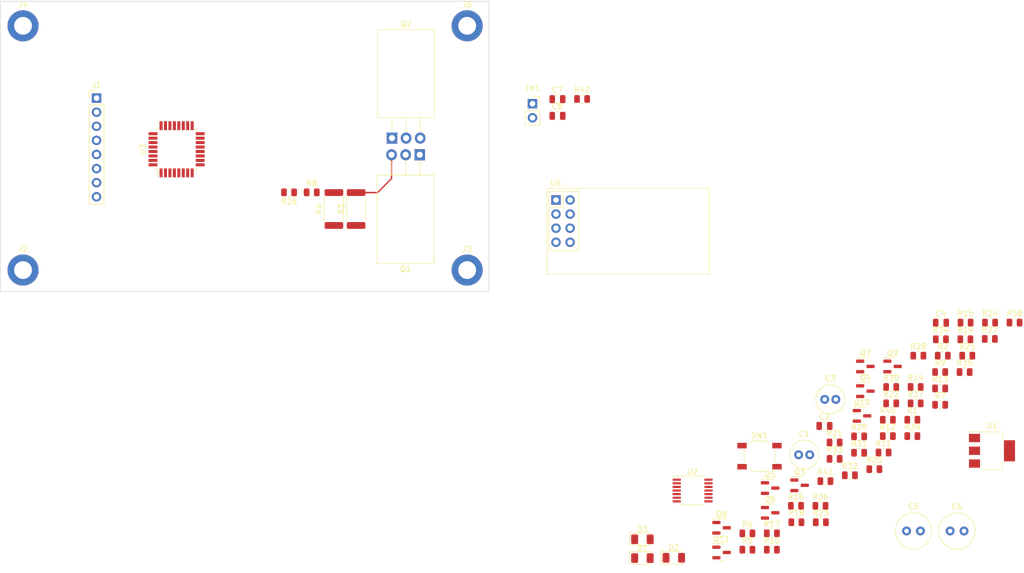
<source format=kicad_pcb>
(kicad_pcb (version 20211014) (generator pcbnew)
  (layers (0 "F.Cu" signal) (31 "B.Cu" signal) (34 "B.Paste" user) (35 "F.Paste" user) (36 "B.SilkS" user "B.Silkscreen") (37 "F.SilkS" user "F.Silkscreen") (38 "B.Mask" user) (39 "F.Mask" user) (44 "Edge.Cuts" user))
  (net 0 "")
  (net 1 "BATTERY_N")
  (net 2 "BATTERY_P")
  (net 3 "SWITCHED_3V3")
  (net 4 "+3V3")
  (net 5 "BAT_SENSE")
  (net 6 "Net-(D1-Pad1)")
  (net 7 "Net-(D2-Pad1)")
  (net 8 "Net-(D3-Pad1)")
  (net 9 "PROG_SCK")
  (net 10 "PROG_MISO")
  (net 11 "PROG_MOSI")
  (net 12 "MCU_RST")
  (net 13 "AVR_TX")
  (net 14 "AVR_RX")
  (net 15 "BMS_N")
  (net 16 "DISCHARGE_MOS_GATE")
  (net 17 "SWITCHED_NODE")
  (net 18 "HIGH_SIDE_SENSE")
  (net 19 "CHARGE_MOS_GATE")
  (net 20 "Net-(Q3-Pad1)")
  (net 21 "Net-(Q3-Pad3)")
  (net 22 "Net-(Q4-Pad1)")
  (net 23 "Net-(Q5-Pad1)")
  (net 24 "SWITCHED_BATTERY_P")
  (net 25 "Net-(Q7-Pad1)")
  (net 26 "Net-(Q7-Pad3)")
  (net 27 "Net-(Q8-Pad1)")
  (net 28 "Net-(Q10-Pad1)")
  (net 29 "Net-(Q11-Pad1)")
  (net 30 "Net-(C5-Pad1)")
  (net 31 "VREF")
  (net 32 "LOW_SIDE_SENSE_BIASED")
  (net 33 "HIGH_SIDE_SENSE_BIASED")
  (net 34 "3V3_SWITCH_CTRL")
  (net 35 "DFET_GATE_CTRL")
  (net 36 "Net-(R12-Pad2)")
  (net 37 "CFET_GATE_CTRL")
  (net 38 "Net-(R22-Pad2)")
  (net 39 "Net-(R23-Pad2)")
  (net 40 "Net-(R24-Pad2)")
  (net 41 "Net-(R25-Pad2)")
  (net 42 "Net-(R26-Pad2)")
  (net 43 "Net-(R27-Pad2)")
  (net 44 "VREF_BUFFERED")
  (net 45 "LOW_RANGE_ANALOG_OUT")
  (net 46 "MEDIUM_RANGE_ANALOG_OUT")
  (net 47 "HIGH_RANGE_ANALOG_OUT")
  (net 48 "BATTERY_P_SWITCH")
  (net 51 "NRF_CE")
  (net 52 "NRF_CSN")
  (net 53 "THERMISTOR_ADC_VOUT")
  (net 55 "NRF_IRQ")
  (net 56 "LED1")
  (net 57 "LED2")
  (net 58 "LED3")
  (net 59 "RADIO_SWITCH")
  (footprint "Resistor_SMD:R_0805_2012Metric" (layer "F.Cu") (at 201.53 123.02)
    (fp_text reference "R41" (at 0 -1.65) (layer "F.SilkS"))
    (fp_text value "1M")
    (pad "1" smd roundrect (at -0.9125 0) (size 1.025 1.4) (layers "F.Cu" "F.Paste" "F.Mask") (roundrect_rratio 0.243902) (net 4 "+3V3"))
    (pad "2" smd roundrect (at 0.9125 0) (size 1.025 1.4) (layers "F.Cu" "F.Paste" "F.Mask") (roundrect_rratio 0.243902) (net 29 "Net-(Q11-Pad1)"))
  )
  (footprint "Resistor_SMD:R_0805_2012Metric" (layer "F.Cu") (at 213.38 109.01)
    (fp_text reference "R22" (at 0 -1.65) (layer "F.SilkS"))
    (fp_text value "1k")
    (pad "1" smd roundrect (at -0.9125 0) (size 1.025 1.4) (layers "F.Cu" "F.Paste" "F.Mask") (roundrect_rratio 0.243902) (net 33 "HIGH_SIDE_SENSE_BIASED"))
    (pad "2" smd roundrect (at 0.9125 0) (size 1.025 1.4) (layers "F.Cu" "F.Paste" "F.Mask") (roundrect_rratio 0.243902) (net 38 "Net-(R22-Pad2)"))
  )
  (footprint "MountingHole:MountingHole_3.2mm_M3_DIN965_Pad_TopBottom" (layer "F.Cu") (at 57 41)
    (fp_text reference "J4" (at 0 -3.8) (layer "F.SilkS"))
    (fp_text value "bms_p")
    (pad "1" thru_hole circle (at 0 0) (size 3.6 3.6) (drill 3.2) (layers *.Cu *.Mask) (net 2 "BATTERY_P"))
    (pad "1" connect circle (at 0 0) (size 5.6 5.6) (layers "B.Cu" "B.Mask") (net 2 "BATTERY_P"))
    (pad "1" connect circle (at 0 0) (size 5.6 5.6) (layers "F.Cu" "F.Mask") (net 2 "BATTERY_P"))
  )
  (footprint "Package_TO_SOT_SMD:SOT-23" (layer "F.Cu") (at 213.62 102.36)
    (fp_text reference "Q9" (at 0 -2.4) (layer "F.SilkS"))
    (fp_text value "S9015")
    (pad "1" smd roundrect (at -0.9375 -0.95) (size 1.475 0.6) (layers "F.Cu" "F.Paste" "F.Mask") (net 27 "Net-(Q8-Pad1)"))
    (pad "2" smd roundrect (at -0.9375 0.95) (size 1.475 0.6) (layers "F.Cu" "F.Paste" "F.Mask") (net 19 "CHARGE_MOS_GATE"))
    (pad "3" smd roundrect (at 0.9375 0) (size 1.475 0.6) (layers "F.Cu" "F.Paste" "F.Mask") (net 1 "BATTERY_N"))
  )
  (footprint "MountingHole:MountingHole_3.2mm_M3_DIN965_Pad_TopBottom" (layer "F.Cu") (at 137 85)
    (fp_text reference "J3" (at 0 -3.8) (layer "F.SilkS"))
    (fp_text value "battery_n")
    (pad "1" connect circle (at 0 0) (size 5.6 5.6) (layers "B.Cu" "B.Mask") (net 1 "BATTERY_N"))
    (pad "1" connect circle (at 0 0) (size 5.6 5.6) (layers "F.Cu" "F.Mask") (net 1 "BATTERY_N"))
    (pad "1" thru_hole circle (at 0 0) (size 3.6 3.6) (drill 3.2) (layers *.Cu *.Mask) (net 1 "BATTERY_N"))
  )
  (footprint "Resistor_SMD:R_0805_2012Metric" (layer "F.Cu") (at 191.89 132.42)
    (fp_text reference "R17" (at 0 -1.65) (layer "F.SilkS"))
    (fp_text value "220R")
    (pad "1" smd roundrect (at -0.9125 0) (size 1.025 1.4) (layers "F.Cu" "F.Paste" "F.Mask") (roundrect_rratio 0.243902) (net 37 "CFET_GATE_CTRL"))
    (pad "2" smd roundrect (at 0.9125 0) (size 1.025 1.4) (layers "F.Cu" "F.Paste" "F.Mask") (roundrect_rratio 0.243902) (net 25 "Net-(Q7-Pad1)"))
  )
  (footprint "Resistor_SMD:R_0805_2012Metric" (layer "F.Cu") (at 187.48 132.42)
    (fp_text reference "R6" (at 0 -1.65) (layer "F.SilkS"))
    (fp_text value "10k")
    (pad "1" smd roundrect (at -0.9125 0) (size 1.025 1.4) (layers "F.Cu" "F.Paste" "F.Mask") (roundrect_rratio 0.243902) (net 32 "LOW_SIDE_SENSE_BIASED"))
    (pad "2" smd roundrect (at 0.9125 0) (size 1.025 1.4) (layers "F.Cu" "F.Paste" "F.Mask") (roundrect_rratio 0.243902) (net 1 "BATTERY_N"))
  )
  (footprint "Package_TO_SOT_SMD:SOT-23" (layer "F.Cu") (at 208.73 106.81)
    (fp_text reference "Q4" (at 0 -2.4) (layer "F.SilkS"))
    (fp_text value "CJ2305")
    (pad "1" smd roundrect (at -0.9375 -0.95) (size 1.475 0.6) (layers "F.Cu" "F.Paste" "F.Mask") (net 22 "Net-(Q4-Pad1)"))
    (pad "2" smd roundrect (at -0.9375 0.95) (size 1.475 0.6) (layers "F.Cu" "F.Paste" "F.Mask") (net 4 "+3V3"))
    (pad "3" smd roundrect (at 0.9375 0) (size 1.475 0.6) (layers "F.Cu" "F.Paste" "F.Mask") (net 3 "SWITCHED_3V3"))
  )
  (footprint "Resistor_SMD:R_0805_2012Metric" (layer "F.Cu") (at 109 71)
    (fp_text reference "R8" (at 0 -1.65) (layer "F.SilkS"))
    (fp_text value "10k")
    (pad "1" smd roundrect (at -0.9125 0) (size 1.025 1.4) (layers "F.Cu" "F.Paste" "F.Mask") (roundrect_rratio 0.243902) (net 33 "HIGH_SIDE_SENSE_BIASED"))
    (pad "2" smd roundrect (at 0.9125 0) (size 1.025 1.4) (layers "F.Cu" "F.Paste" "F.Mask") (roundrect_rratio 0.243902) (net 18 "HIGH_SIDE_SENSE"))
  )
  (footprint "Package_TO_SOT_THT:TO-220-3_Horizontal_TabDown" (layer "F.Cu") (at 123.46 61.23)
    (fp_text reference "Q2" (at 2.54 -20.58) (layer "F.SilkS"))
    (fp_text value "IRFZ44N")
    (pad "" np_thru_hole oval (at 2.54 -16.66) (size 3.5 3.5) (drill 3.5) (layers *.Cu *.Mask))
    (pad "1" thru_hole rect (at 0 0) (size 1.905 2) (drill 1.1) (layers *.Cu *.Mask) (net 19 "CHARGE_MOS_GATE"))
    (pad "2" thru_hole oval (at 2.54 0) (size 1.905 2) (drill 1.1) (layers *.Cu *.Mask) (net 17 "SWITCHED_NODE"))
    (pad "3" thru_hole oval (at 5.08 0) (size 1.905 2) (drill 1.1) (layers *.Cu *.Mask) (net 15 "BMS_N"))
  )
  (footprint "Capacitor_THT:C_Radial_D5.0mm_H11.0mm_P2.00mm" (layer "F.Cu") (at 196.71 118.27)
    (fp_text reference "C1" (at 1 -3.75) (layer "F.SilkS"))
    (fp_text value "22uF")
    (pad "1" thru_hole circle (at 0 0) (size 1.6 1.6) (drill 0.8) (layers *.Cu *.Mask) (net 1 "BATTERY_N"))
    (pad "2" thru_hole circle (at 2 0) (size 1.6 1.6) (drill 0.8) (layers *.Cu *.Mask) (net 2 "BATTERY_P"))
  )
  (footprint "LED_SMD:LED_1206_3216Metric" (layer "F.Cu") (at 168.57 136.88)
    (fp_text reference "D1" (at 0 -1.82) (layer "F.SilkS"))
    (fp_text value "LED")
    (pad "1" smd roundrect (at -1.4 0) (size 1.25 1.75) (layers "F.Cu" "F.Paste" "F.Mask") (roundrect_rratio 0.2) (net 6 "Net-(D1-Pad1)"))
    (pad "2" smd roundrect (at 1.4 0) (size 1.25 1.75) (layers "F.Cu" "F.Paste" "F.Mask") (roundrect_rratio 0.2) (net 56 "LED1"))
  )
  (footprint "Resistor_SMD:R_0805_2012Metric" (layer "F.Cu") (at 235.6 94.46)
    (fp_text reference "R38" (at 0 -1.65) (layer "F.SilkS"))
    (fp_text value "1M")
    (pad "1" smd roundrect (at -0.9125 0) (size 1.025 1.4) (layers "F.Cu" "F.Paste" "F.Mask") (roundrect_rratio 0.243902) (net 2 "BATTERY_P"))
    (pad "2" smd roundrect (at 0.9125 0) (size 1.025 1.4) (layers "F.Cu" "F.Paste" "F.Mask") (roundrect_rratio 0.243902) (net 28 "Net-(Q10-Pad1)"))
  )
  (footprint "Resistor_SMD:R_0805_2012Metric" (layer "F.Cu") (at 227.09 100.42)
    (fp_text reference "R25" (at 0 -1.65) (layer "F.SilkS"))
    (fp_text value "1k")
    (pad "1" smd roundrect (at -0.9125 0) (size 1.025 1.4) (layers "F.Cu" "F.Paste" "F.Mask") (roundrect_rratio 0.243902) (net 32 "LOW_SIDE_SENSE_BIASED"))
    (pad "2" smd roundrect (at 0.9125 0) (size 1.025 1.4) (layers "F.Cu" "F.Paste" "F.Mask") (roundrect_rratio 0.243902) (net 41 "Net-(R25-Pad2)"))
  )
  (footprint "Resistor_SMD:R_0805_2012Metric" (layer "F.Cu") (at 104.9125 71 180)
    (fp_text reference "R26" (at 0 -1.65) (layer "F.SilkS"))
    (fp_text value "1k")
    (pad "1" smd roundrect (at -0.9125 0 180) (size 1.025 1.4) (layers "F.Cu" "F.Paste" "F.Mask") (roundrect_rratio 0.243902) (net 33 "HIGH_SIDE_SENSE_BIASED"))
    (pad "2" smd roundrect (at 0.9125 0 180) (size 1.025 1.4) (layers "F.Cu" "F.Paste" "F.Mask") (roundrect_rratio 0.243902) (net 42 "Net-(R26-Pad2)"))
  )
  (footprint "Package_TO_SOT_THT:TO-220-3_Horizontal_TabDown" (layer "F.Cu") (at 128.46 64.23 180)
    (fp_text reference "Q1" (at 2.54 -20.58) (layer "F.SilkS"))
    (fp_text value "IRFZ44N")
    (pad "" np_thru_hole oval (at 2.54 -16.66 180) (size 3.5 3.5) (drill 3.5) (layers *.Cu *.Mask))
    (pad "1" thru_hole rect (at 0 0 180) (size 1.905 2) (drill 1.1) (layers *.Cu *.Mask) (net 16 "DISCHARGE_MOS_GATE"))
    (pad "2" thru_hole oval (at 2.54 0 180) (size 1.905 2) (drill 1.1) (layers *.Cu *.Mask) (net 17 "SWITCHED_NODE"))
    (pad "3" thru_hole oval (at 5.08 0 180) (size 1.905 2) (drill 1.1) (layers *.Cu *.Mask) (net 18 "HIGH_SIDE_SENSE"))
  )
  (footprint "Resistor_SMD:R_0805_2012Metric" (layer "F.Cu") (at 222.2 103.37)
    (fp_text reference "R9" (at 0 -1.65) (layer "F.SilkS"))
    (fp_text value "220R")
    (pad "1" smd roundrect (at -0.9125 0) (size 1.025 1.4) (layers "F.Cu" "F.Paste" "F.Mask") (roundrect_rratio 0.243902) (net 34 "3V3_SWITCH_CTRL"))
    (pad "2" smd roundrect (at 0.9125 0) (size 1.025 1.4) (layers "F.Cu" "F.Paste" "F.Mask") (roundrect_rratio 0.243902) (net 22 "Net-(Q4-Pad1)"))
  )
  (footprint "Resistor_SMD:R_0805_2012Metric" (layer "F.Cu") (at 231.19 94.46)
    (fp_text reference "R24" (at 0 -1.65) (layer "F.SilkS"))
    (fp_text value "1k")
    (pad "1" smd roundrect (at -0.9125 0) (size 1.025 1.4) (layers "F.Cu" "F.Paste" "F.Mask") (roundrect_rratio 0.243902) (net 33 "HIGH_SIDE_SENSE_BIASED"))
    (pad "2" smd roundrect (at 0.9125 0) (size 1.025 1.4) (layers "F.Cu" "F.Paste" "F.Mask") (roundrect_rratio 0.243902) (net 40 "Net-(R24-Pad2)"))
  )
  (footprint "Resistor_SMD:R_0805_2012Metric" (layer "F.Cu") (at 196.23 127.47)
    (fp_text reference "R16" (at 0 -1.65) (layer "F.SilkS"))
    (fp_text value "220R")
    (pad "1" smd roundrect (at -0.9125 0) (size 1.025 1.4) (layers "F.Cu" "F.Paste" "F.Mask") (roundrect_rratio 0.243902) (net 21 "Net-(Q3-Pad3)"))
    (pad "2" smd roundrect (at 0.9125 0) (size 1.025 1.4) (layers "F.Cu" "F.Paste" "F.Mask") (roundrect_rratio 0.243902) (net 23 "Net-(Q5-Pad1)"))
  )
  (footprint "Resistor_SMD:R_0805_2012Metric" (layer "F.Cu") (at 226.78 94.46)
    (fp_text reference "R15" (at 0 -1.65) (layer "F.SilkS"))
    (fp_text value "1k")
    (pad "1" smd roundrect (at -0.9125 0) (size 1.025 1.4) (layers "F.Cu" "F.Paste" "F.Mask") (roundrect_rratio 0.243902) (net 21 "Net-(Q3-Pad3)"))
    (pad "2" smd roundrect (at 0.9125 0) (size 1.025 1.4) (layers "F.Cu" "F.Paste" "F.Mask") (roundrect_rratio 0.243902) (net 24 "SWITCHED_BATTERY_P"))
  )
  (footprint "Resistor_SMD:R_2512_6332Metric" (layer "F.Cu") (at 113 74 90)
    (fp_text reference "R4" (at 0 -2.62 90) (layer "F.SilkS"))
    (fp_text value "100m")
    (pad "1" smd roundrect (at -2.9625 0 90) (size 1.225 3.35) (layers "F.Cu" "F.Paste" "F.Mask") (roundrect_rratio 0.204082) (net 1 "BATTERY_N"))
    (pad "2" smd roundrect (at 2.9625 0 90) (size 1.225 3.35) (layers "F.Cu" "F.Paste" "F.Mask") (roundrect_rratio 0.204082) (net 18 "HIGH_SIDE_SENSE"))
  )
  (footprint "Package_TO_SOT_SMD:SOT-23" (layer "F.Cu") (at 196.88 123.77)
    (fp_text reference "Q3" (at 0 -2.4) (layer "F.SilkS"))
    (fp_text value "MMBT3904")
    (pad "1" smd roundrect (at -0.9375 -0.95) (size 1.475 0.6) (layers "F.Cu" "F.Paste" "F.Mask") (net 20 "Net-(Q3-Pad1)"))
    (pad "2" smd roundrect (at -0.9375 0.95) (size 1.475 0.6) (layers "F.Cu" "F.Paste" "F.Mask") (net 1 "BATTERY_N"))
    (pad "3" smd roundrect (at 0.9375 0) (size 1.475 0.6) (layers "F.Cu" "F.Paste" "F.Mask") (net 21 "Net-(Q3-Pad3)"))
  )
  (footprint "Resistor_SMD:R_2512_6332Metric" (layer "F.Cu") (at 117 74 90)
    (fp_text reference "R3" (at 0 -2.62 90) (layer "F.SilkS"))
    (fp_text value "100m")
    (pad "1" smd roundrect (at -2.9625 0 90) (size 1.225 3.35) (layers "F.Cu" "F.Paste" "F.Mask") (roundrect_rratio 0.204082) (net 1 "BATTERY_N"))
    (pad "2" smd roundrect (at 2.9625 0 90) (size 1.225 3.35) (layers "F.Cu" "F.Paste" "F.Mask") (roundrect_rratio 0.204082) (net 18 "HIGH_SIDE_SENSE"))
  )
  (footprint "Package_TO_SOT_SMD:SOT-23" (layer "F.Cu") (at 191.58 124.27)
    (fp_text reference "Q5" (at 0 -2.4) (layer "F.SilkS"))
    (fp_text value "MMBT3904")
    (pad "1" smd roundrect (at -0.9375 -0.95) (size 1.475 0.6) (layers "F.Cu" "F.Paste" "F.Mask") (net 23 "Net-(Q5-Pad1)"))
    (pad "2" smd roundrect (at -0.9375 0.95) (size 1.475 0.6) (layers "F.Cu" "F.Paste" "F.Mask") (net 16 "DISCHARGE_MOS_GATE"))
    (pad "3" smd roundrect (at 0.9375 0) (size 1.475 0.6) (layers "F.Cu" "F.Paste" "F.Mask") (net 24 "SWITCHED_BATTERY_P"))
  )
  (footprint "Button_Switch_SMD:SW_SPST_TL3342" (layer "F.Cu") (at 189.66 118.52)
    (fp_text reference "SW1" (at 0 -3.75) (layer "F.SilkS"))
    (fp_text value "rst")
    (pad "1" smd rect (at -3.15 -1.9) (size 1.7 1) (layers "F.Cu" "F.Paste" "F.Mask") (net 1 "BATTERY_N"))
    (pad "1" smd rect (at 3.15 -1.9) (size 1.7 1) (layers "F.Cu" "F.Paste" "F.Mask") (net 1 "BATTERY_N"))
    (pad "2" smd rect (at 3.15 1.9) (size 1.7 1) (layers "F.Cu" "F.Paste" "F.Mask") (net 12 "MCU_RST"))
    (pad "2" smd rect (at -3.15 1.9) (size 1.7 1) (layers "F.Cu" "F.Paste" "F.Mask") (net 12 "MCU_RST"))
  )
  (footprint "Resistor_SMD:R_0805_2012Metric" (layer "F.Cu") (at 222.68 100.42)
    (fp_text reference "R2" (at 0 -1.65) (layer "F.SilkS"))
    (fp_text value "10k")
    (pad "1" smd roundrect (at -0.9125 0) (size 1.025 1.4) (layers "F.Cu" "F.Paste" "F.Mask") (roundrect_rratio 0.243902) (net 31 "VREF"))
    (pad "2" smd roundrect (at 0.9125 0) (size 1.025 1.4) (layers "F.Cu" "F.Paste" "F.Mask") (roundrect_rratio 0.243902) (net 1 "BATTERY_N"))
  )
  (footprint "Resistor_SMD:R_0805_2012Metric" (layer "F.Cu") (at 205.94 121.96)
    (fp_text reference "R32" (at 0 -1.65) (layer "F.SilkS"))
    (fp_text value "75k")
    (pad "1" smd roundrect (at -0.9125 0) (size 1.025 1.4) (layers "F.Cu" "F.Paste" "F.Mask") (roundrect_rratio 0.243902) (net 46 "MEDIUM_RANGE_ANALOG_OUT"))
    (pad "2" smd roundrect (at 0.9125 0) (size 1.025 1.4) (layers "F.Cu" "F.Paste" "F.Mask") (roundrect_rratio 0.243902) (net 41 "Net-(R25-Pad2)"))
  )
  (footprint "Package_TO_SOT_SMD:SOT-223-3_TabPin2" (layer "F.Cu") (at 231.54 117.55)
    (fp_text reference "U1" (at 0 -4.5) (layer "F.SilkS"))
    (fp_text value "AMS1117-3.3")
    (pad "1" smd rect (at -3.15 -2.3) (size 2 1.5) (layers "F.Cu" "F.Paste" "F.Mask") (net 1 "BATTERY_N"))
    (pad "2" smd rect (at -3.15 0) (size 2 1.5) (layers "F.Cu" "F.Paste" "F.Mask") (net 4 "+3V3"))
    (pad "2" smd rect (at 3.15 0) (size 2 3.8) (layers "F.Cu" "F.Paste" "F.Mask") (net 4 "+3V3"))
    (pad "3" smd rect (at -3.15 2.3) (size 2 1.5) (layers "F.Cu" "F.Paste" "F.Mask") (net 2 "BATTERY_P"))
  )
  (footprint "RF_Module:nRF24L01_Breakout" (layer "F.Cu") (at 153 72.375)
    (fp_text reference "U4" (at 0 -3) (layer "F.SilkS"))
    (fp_text value "NRF24L01_Breakout")
    (pad "1" thru_hole rect (at 0 0) (size 1.7 1.7) (drill 1) (layers *.Cu *.Mask) (net 1 "BATTERY_N"))
    (pad "2" thru_hole circle (at 2.54 0) (size 1.7 1.7) (drill 1) (layers *.Cu *.Mask) (net 30 "Net-(C5-Pad1)"))
    (pad "3" thru_hole circle (at 0 2.54) (size 1.7 1.7) (drill 1) (layers *.Cu *.Mask) (net 51 "NRF_CE"))
    (pad "4" thru_hole circle (at 2.54 2.54) (size 1.7 1.7) (drill 1) (layers *.Cu *.Mask) (net 52 "NRF_CSN"))
    (pad "5" thru_hole circle (at 0 5.08) (size 1.7 1.7) (drill 1) (layers *.Cu *.Mask) (net 9 "PROG_SCK"))
    (pad "6" thru_hole circle (at 2.54 5.08) (size 1.7 1.7) (drill 1) (layers *.Cu *.Mask) (net 11 "PROG_MOSI"))
    (pad "7" thru_hole circle (at 0 7.62) (size 1.7 1.7) (drill 1) (layers *.Cu *.Mask) (net 10 "PROG_MISO"))
    (pad "8" thru_hole circle (at 2.54 7.62) (size 1.7 1.7) (drill 1) (layers *.Cu *.Mask) (net 55 "NRF_IRQ"))
  )
  (footprint "Resistor_SMD:R_0805_2012Metric" (layer "F.Cu") (at 207.6 114.96)
    (fp_text reference "R29" (at 0 -1.65) (layer "F.SilkS"))
    (fp_text value "75k")
    (pad "1" smd roundrect (at -0.9125 0) (size 1.025 1.4) (layers "F.Cu" "F.Paste" "F.Mask") (roundrect_rratio 0.243902) (net 40 "Net-(R24-Pad2)"))
    (pad "2" smd roundrect (at 0.9125 0) (size 1.025 1.4) (layers "F.Cu" "F.Paste" "F.Mask") (roundrect_rratio 0.243902) (net 44 "VREF_BUFFERED"))
  )
  (footprint "Package_TO_SOT_SMD:SOT-23" (layer "F.Cu") (at 208.13 111.26)
    (fp_text reference "Q10" (at 0 -2.4) (layer "F.SilkS"))
    (fp_text value "CJ2305")
    (pad "1" smd roundrect (at -0.9375 -0.95) (size 1.475 0.6) (layers "F.Cu" "F.Paste" "F.Mask") (net 28 "Net-(Q10-Pad1)"))
    (pad "2" smd roundrect (at -0.9375 0.95) (size 1.475 0.6) (layers "F.Cu" "F.Paste" "F.Mask") (net 2 "BATTERY_P"))
    (pad "3" smd roundrect (at 0.9375 0) (size 1.475 0.6) (layers "F.Cu" "F.Paste" "F.Mask") (net 24 "SWITCHED_BATTERY_P"))
  )
  (footprint "Resistor_SMD:R_0805_2012Metric" (layer "F.Cu") (at 222.2 106.32)
    (fp_text reference "R13" (at 0 -1.65) (layer "F.SilkS"))
    (fp_text value "10k")
    (pad "1" smd roundrect (at -0.9125 0) (size 1.025 1.4) (layers "F.Cu" "F.Paste" "F.Mask") (roundrect_rratio 0.243902) (net 36 "Net-(R12-Pad2)"))
    (pad "2" smd roundrect (at 0.9125 0) (size 1.025 1.4) (layers "F.Cu" "F.Paste" "F.Mask") (roundrect_rratio 0.243902) (net 5 "BAT_SENSE"))
  )
  (footprint "Resistor_SMD:R_0805_2012Metric" (layer "F.Cu") (at 217.79 109.01)
    (fp_text reference "R37" (at 0 -1.65) (layer "F.SilkS"))
    (fp_text value "220R")
    (pad "1" smd roundrect (at -0.9125 0) (size 1.025 1.4) (layers "F.Cu" "F.Paste" "F.Mask") (roundrect_rratio 0.243902) (net 48 "BATTERY_P_SWITCH"))
    (pad "2" smd roundrect (at 0.9125 0) (size 1.025 1.4) (layers "F.Cu" "F.Paste" "F.Mask") (roundrect_rratio 0.243902) (net 28 "Net-(Q10-Pad1)"))
  )
  (footprint "Resistor_SMD:R_0805_2012Metric" (layer "F.Cu") (at 213.38 106.06)
    (fp_text reference "R30" (at 0 -1.65) (layer "F.SilkS"))
    (fp_text value "33k")
    (pad "1" smd roundrect (at -0.9125 0) (size 1.025 1.4) (layers "F.Cu" "F.Paste" "F.Mask") (roundrect_rratio 0.243902) (net 42 "Net-(R26-Pad2)"))
    (pad "2" smd roundrect (at 0.9125 0) (size 1.025 1.4) (layers "F.Cu" "F.Paste" "F.Mask") (roundrect_rratio 0.243902) (net 44 "VREF_BUFFERED"))
  )
  (footprint "Capacitor_THT:C_Radial_D5.0mm_H11.0mm_P2.00mm" (layer "F.Cu") (at 201.41 108.3)
    (fp_text reference "C3" (at 1 -3.75) (layer "F.SilkS"))
    (fp_text value "22uF")
    (pad "1" thru_hole circle (at 0 0) (size 1.6 1.6) (drill 0.8) (layers *.Cu *.Mask) (net 4 "+3V3"))
    (pad "2" thru_hole circle (at 2 0) (size 1.6 1.6) (drill 0.8) (layers *.Cu *.Mask) (net 1 "BATTERY_N"))
  )
  (footprint "Resistor_SMD:R_0805_2012Metric" (layer "F.Cu") (at 203.19 119.01)
    (fp_text reference "R33" (at 0 -1.65) (layer "F.SilkS"))
    (fp_text value "33k")
    (pad "1" smd roundrect (at -0.9125 0) (size 1.025 1.4) (layers "F.Cu" "F.Paste" "F.Mask") (roundrect_rratio 0.243902) (net 47 "HIGH_RANGE_ANALOG_OUT"))
    (pad "2" smd roundrect (at 0.9125 0) (size 1.025 1.4) (layers "F.Cu" "F.Paste" "F.Mask") (roundrect_rratio 0.243902) (net 43 "Net-(R27-Pad2)"))
  )
  (footprint "Capacitor_SMD:C_0805_2012Metric" (layer "F.Cu") (at 153.27 54.21)
    (fp_text reference "C7" (at 0 -1.68) (layer "F.SilkS"))
    (fp_text value "100nF")
    (pad "1" smd roundrect (at -0.95 0) (size 1 1.45) (layers "F.Cu" "F.Paste" "F.Mask") (net 1 "BATTERY_N"))
    (pad "2" smd roundrect (at 0.95 0) (size 1 1.45) (layers "F.Cu" "F.Paste" "F.Mask") (net 4 "+3V3"))
  )
  (footprint "Capacitor_SMD:C_0805_2012Metric" (layer "F.Cu") (at 222.35 94.49)
    (fp_text reference "C4" (at 0 -1.68) (layer "F.SilkS"))
    (fp_text value "100nF")
    (pad "1" smd roundrect (at -0.95 0) (size 1 1.45) (layers "F.Cu" "F.Paste" "F.Mask") (net 1 "BATTERY_N"))
    (pad "2" smd roundrect (at 0.95 0) (size 1 1.45) (layers "F.Cu" "F.Paste" "F.Mask") (net 5 "BAT_SENSE"))
  )
  (footprint "Resistor_SMD:R_0805_2012Metric" (layer "F.Cu") (at 200.71 130.42)
    (fp_text reference "R23" (at 0 -1.65) (layer "F.SilkS"))
    (fp_text value "1k")
    (pad "1" smd roundrect (at -0.9125 0) (size 1.025 1.4) (layers "F.Cu" "F.Paste" "F.Mask") (roundrect_rratio 0.243902) (net 32 "LOW_SIDE_SENSE_BIASED"))
    (pad "2" smd roundrect (at 0.9125 0) (size 1.025 1.4) (layers "F.Cu" "F.Paste" "F.Mask") (roundrect_rratio 0.243902) (net 39 "Net-(R23-Pad2)"))
  )
  (footprint "Package_TO_SOT_SMD:SOT-23" (layer "F.Cu") (at 182.83 135.87)
    (fp_text reference "Q11" (at 0 -2.4) (layer "F.SilkS"))
    (fp_text value "CJ2305")
    (pad "1" smd roundrect (at -0.9375 -0.95) (size 1.475 0.6) (layers "F.Cu" "F.Paste" "F.Mask") (net 29 "Net-(Q11-Pad1)"))
    (pad "2" smd roundrect (at -0.9375 0.95) (size 1.475 0.6) (layers "F.Cu" "F.Paste" "F.Mask") (net 4 "+3V3"))
    (pad "3" smd roundrect (at 0.9375 0) (size 1.475 0.6) (layers "F.Cu" "F.Paste" "F.Mask") (net 30 "Net-(C5-Pad1)"))
  )
  (footprint "Package_TO_SOT_SMD:SOT-23" (layer "F.Cu") (at 191.58 128.72)
    (fp_text reference "Q6" (at 0 -2.4) (layer "F.SilkS"))
    (fp_text value "S9015")
    (pad "1" smd roundrect (at -0.9375 -0.95) (size 1.475 0.6) (layers "F.Cu" "F.Paste" "F.Mask") (net 23 "Net-(Q5-Pad1)"))
    (pad "2" smd roundrect (at -0.9375 0.95) (size 1.475 0.6) (layers "F.Cu" "F.Paste" "F.Mask") (net 16 "DISCHARGE_MOS_GATE"))
    (pad "3" smd roundrect (at 0.9375 0) (size 1.475 0.6) (layers "F.Cu" "F.Paste" "F.Mask") (net 1 "BATTERY_N"))
  )
  (footprint "Resistor_SMD:R_0805_2012Metric" (layer "F.Cu") (at 218.27 100.42)
    (fp_text reference "R28" (at 0 -1.65) (layer "F.SilkS"))
    (fp_text value "1M")
    (pad "1" smd roundrect (at -0.9125 0) (size 1.025 1.4) (layers "F.Cu" "F.Paste" "F.Mask") (roundrect_rratio 0.243902) (net 38 "Net-(R22-Pad2)"))
    (pad "2" smd roundrect (at 0.9125 0) (size 1.025 1.4) (layers "F.Cu" "F.Paste" "F.Mask") (roundrect_rratio 0.243902) (net 44 "VREF_BUFFERED"))
  )
  (footprint "Resistor_SMD:R_0805_2012Metric" (layer "F.Cu") (at 217.19 111.96)
    (fp_text reference "R1" (at 0 -1.65) (layer "F.SilkS"))
    (fp_text value "10k")
    (pad "1" smd roundrect (at -0.9125 0) (size 1.025 1.4) (layers "F.Cu" "F.Paste" "F.Mask") (roundrect_rratio 0.243902) (net 3 "SWITCHED_3V3"))
    (pad "2" smd roundrect (at 0.9125 0) (size 1.025 1.4) (layers "F.Cu" "F.Paste" "F.Mask") (roundrect_rratio 0.243902) (net 31 "VREF"))
  )
  (footprint "Resistor_SMD:R_0805_2012Metric" (layer "F.Cu") (at 226.74 97.47)
    (fp_text reference "R19" (at 0 -1.65) (layer "F.SilkS"))
    (fp_text value "1k")
    (pad "1" smd roundrect (at -0.9125 0) (size 1.025 1.4) (layers "F.Cu" "F.Paste" "F.Mask") (roundrect_rratio 0.243902) (net 26 "Net-(Q7-Pad3)"))
    (pad "2" smd roundrect (at 0.9125 0) (size 1.025 1.4) (layers "F.Cu" "F.Paste" "F.Mask") (roundrect_rratio 0.243902) (net 24 "SWITCHED_BATTERY_P"))
  )
  (footprint "Resistor_SMD:R_0805_2012Metric" (layer "F.Cu") (at 203.19 116.06)
    (fp_text reference "R21" (at 0 -1.65) (layer "F.SilkS"))
    (fp_text value "1M")
    (pad "1" smd roundrect (at -0.9125 0) (size 1.025 1.4) (layers "F.Cu" "F.Paste" "F.Mask") (roundrect_rratio 0.243902) (net 19 "CHARGE_MOS_GATE"))
    (pad "2" smd roundrect (at 0.9125 0) (size 1.025 1.4) (layers "F.Cu" "F.Paste" "F.Mask") (roundrect_rratio 0.243902) (net 1 "BATTERY_N"))
  )
  (footprint "Resistor_SMD:R_0805_2012Metric" (layer "F.Cu") (at 212.78 111.96)
    (fp_text reference "R40" (at 0 -1.65) (layer "F.SilkS"))
    (fp_text value "220R")
    (pad "1" smd roundrect (at -0.9125 0) (size 1.025 1.4) (layers "F.Cu" "F.Paste" "F.Mask") (roundrect_rratio 0.243902) (net 59 "RADIO_SWITCH"))
    (pad "2" smd roundrect (at 0.9125 0) (size 1.025 1.4) (layers "F.Cu" "F.Paste" "F.Mask") (roundrect_rratio 0.243902) (net 29 "Net-(Q11-Pad1)"))
  )
  (footprint "Resistor_SMD:R_0805_2012Metric" (layer "F.Cu") (at 222.33 97.47)
    (fp_text reference "R34" (at 0 -1.65) (layer "F.SilkS"))
    (fp_text value "1k")
    (pad "1" smd roundrect (at -0.9125 0) (size 1.025 1.4) (layers "F.Cu" "F.Paste" "F.Mask") (roundrect_rratio 0.243902) (net 1 "BATTERY_N"))
    (pad "2" smd roundrect (at 0.9125 0) (size 1.025 1.4) (layers "F.Cu" "F.Paste" "F.Mask") (roundrect_rratio 0.243902) (net 6 "Net-(D1-Pad1)"))
  )
  (footprint "Capacitor_THT:C_Radial_D6.3mm_H11.0mm_P2.50mm" (layer "F.Cu") (at 216.15 132)
    (fp_text reference "C5" (at 1.25 -4.4) (layer "F.SilkS"))
    (fp_text value "220uF")
    (pad "1" thru_hole circle (at 0 0) (size 1.6 1.6) (drill 0.8) (layers *.Cu *.Mask) (net 30 "Net-(C5-Pad1)"))
    (pad "2" thru_hole circle (at 2.5 0) (size 1.6 1.6) (drill 0.8) (layers *.Cu *.Mask) (net 1 "BATTERY_N"))
  )
  (footprint "Resistor_SMD:R_0805_2012Metric" (layer "F.Cu") (at 196.3 130.42)
    (fp_text reference "R18" (at 0 -1.65) (layer "F.SilkS"))
    (fp_text value "1M")
    (pad "1" smd roundrect (at -0.9125 0) (size 1.025 1.4) (layers "F.Cu" "F.Paste" "F.Mask") (roundrect_rratio 0.243902) (net 16 "DISCHARGE_MOS_GATE"))
    (pad "2" smd roundrect (at 0.9125 0) (size 1.025 1.4) (layers "F.Cu" "F.Paste" "F.Mask") (roundrect_rratio 0.243902) (net 1 "BATTERY_N"))
  )
  (footprint "Resistor_SMD:R_0805_2012Metric" (layer "F.Cu") (at 200.64 127.47)
    (fp_text reference "R36" (at 0 -1.65) (layer "F.SilkS"))
    (fp_text value "1k")
    (pad "1" smd roundrect (at -0.9125 0) (size 1.025 1.4) (layers "F.Cu" "F.Paste" "F.Mask") (roundrect_rratio 0.243902) (net 1 "BATTERY_N"))
    (pad "2" smd roundrect (at 0.9125 0) (size 1.025 1.4) (layers "F.Cu" "F.Paste" "F.Mask") (roundrect_rratio 0.243902) (net 8 "Net-(D3-Pad1)"))
  )
  (footprint "MountingHole:MountingHole_3.2mm_M3_DIN965_Pad_TopBottom" (layer "F.Cu") (at 57 85)
    (fp_text reference "J2" (at 0 -3.8) (layer "F.SilkS"))
    (fp_text value "battery_p")
    (pad "1" connect circle (at 0 0) (size 5.6 5.6) (layers "F.Cu" "F.Mask") (net 2 "BATTERY_P"))
    (pad "1" connect circle (at 0 0) (size 5.6 5.6) (layers "B.Cu" "B.Mask") (net 2 "BATTERY_P"))
    (pad "1" thru_hole circle (at 0 0) (size 3.6 3.6) (drill 3.2) (layers *.Cu *.Mask) (net 2 "BATTERY_P"))
  )
  (footprint "Resistor_SMD:R_0805_2012Metric" (layer "F.Cu") (at 187.48 135.37)
    (fp_text reference "R5" (at 0 -1.65) (layer "F.SilkS"))
    (fp_text value "10k")
    (pad "1" smd roundrect (at -0.9125 0) (size 1.025 1.4) (layers "F.Cu" "F.Paste" "F.Mask") (roundrect_rratio 0.243902) (net 3 "SWITCHED_3V3"))
    (pad "2" smd roundrect (at 0.9125 0) (size 1.025 1.4) (layers "F.Cu" "F.Paste" "F.Mask") (roundrect_rratio 0.243902) (net 32 "LOW_SIDE_SENSE_BIASED"))
  )
  (footprint "Capacitor_THT:C_Radial_D6.3mm_H11.0mm_P2.50mm" (layer "F.Cu") (at 224 132)
    (fp_text reference "C6" (at 1.25 -4.4) (layer "F.SilkS"))
    (fp_text value "220uF")
    (pad "1" thru_hole circle (at 0 0) (size 1.6 1.6) (drill 0.8) (layers *.Cu *.Mask) (net 30 "Net-(C5-Pad1)"))
    (pad "2" thru_hole circle (at 2.5 0) (size 1.6 1.6) (drill 0.8) (layers *.Cu *.Mask) (net 1 "BATTERY_N"))
  )
  (footprint "Resistor_SMD:R_0805_2012Metric" (layer "F.Cu") (at 231.15 97.41)
    (fp_text reference "R27" (at 0 -1.65) (layer "F.SilkS"))
    (fp_text value "1k")
    (pad "1" smd roundrect (at -0.9125 0) (size 1.025 1.4) (layers "F.Cu" "F.Paste" "F.Mask") (roundrect_rratio 0.243902) (net 32 "LOW_SIDE_SENSE_BIASED"))
    (pad "2" smd roundrect (at 0.9125 0) (size 1.025 1.4) (layers "F.Cu" "F.Paste" "F.Mask") (roundrect_rratio 0.243902) (net 43 "Net-(R27-Pad2)"))
  )
  (footprint "Resistor_SMD:R_0805_2012Metric" (layer "F.Cu") (at 222.2 109.27)
    (fp_text reference "R7" (at 0 -1.65) (layer "F.SilkS"))
    (fp_text value "10k")
    (pad "1" smd roundrect (at -0.9125 0) (size 1.025 1.4) (layers "F.Cu" "F.Paste" "F.Mask") (roundrect_rratio 0.243902) (net 3 "SWITCHED_3V3"))
    (pad "2" smd roundrect (at 0.9125 0) (size 1.025 1.4) (layers "F.Cu" "F.Paste" "F.Mask") (roundrect_rratio 0.243902) (net 33 "HIGH_SIDE_SENSE_BIASED"))
  )
  (footprint "Connector_PinSocket_2.54mm:PinSocket_1x02_P2.54mm_Vertical" (layer "F.Cu") (at 148.77 55.03)
    (fp_text reference "TH1" (at 0 -2.77) (layer "F.SilkS"))
    (fp_text value "3977K")
    (pad "1" thru_hole rect (at 0 0) (size 1.7 1.7) (drill 1) (layers *.Cu *.Mask) (net 3 "SWITCHED_3V3"))
    (pad "2" thru_hole oval (at 0 2.54) (size 1.7 1.7) (drill 1) (layers *.Cu *.Mask) (net 53 "THERMISTOR_ADC_VOUT"))
  )
  (footprint "Connector_PinHeader_2.54mm:PinHeader_1x08_P2.54mm_Vertical" (layer "F.Cu") (at 70.24 54.02)
    (fp_text reference "J1" (at 0 -2.33) (layer "F.SilkS"))
    (fp_text value "debugging_connector")
    (pad "1" thru_hole rect (at 0 0) (size 1.7 1.7) (drill 1) (layers *.Cu *.Mask) (net 1 "BATTERY_N"))
    (pad "2" thru_hole oval (at 0 2.54) (size 1.7 1.7) (drill 1) (layers *.Cu *.Mask) (net 9 "PROG_SCK"))
    (pad "3" thru_hole oval (at 0 5.08) (size 1.7 1.7) (drill 1) (layers *.Cu *.Mask) (net 10 "PROG_MISO"))
    (pad "4" thru_hole oval (at 0 7.62) (size 1.7 1.7) (drill 1) (layers *.Cu *.Mask) (net 11 "PROG_MOSI"))
    (pad "5" thru_hole oval (at 0 10.16) (size 1.7 1.7) (drill 1) (layers *.Cu *.Mask) (net 12 "MCU_RST"))
    (pad "6" thru_hole oval (at 0 12.7) (size 1.7 1.7) (drill 1) (layers *.Cu *.Mask) (net 13 "AVR_TX"))
    (pad "7" thru_hole oval (at 0 15.24) (size 1.7 1.7) (drill 1) (layers *.Cu *.Mask) (net 14 "AVR_RX"))
    (pad "8" thru_hole oval (at 0 17.78) (size 1.7 1.7) (drill 1) (layers *.Cu *.Mask) (net 4 "+3V3"))
  )
  (footprint "Resistor_SMD:R_0805_2012Metric" (layer "F.Cu") (at 191.89 135.37)
    (fp_text reference "R10" (at 0 -1.65) (layer "F.SilkS"))
    (fp_text value "220R")
    (pad "1" smd roundrect (at -0.9125 0) (size 1.025 1.4) (layers "F.Cu" "F.Paste" "F.Mask") (roundrect_rratio 0.243902) (net 35 "DFET_GATE_CTRL"))
    (pad "2" smd roundrect (at 0.9125 0) (size 1.025 1.4) (layers "F.Cu" "F.Paste" "F.Mask") (roundrect_rratio 0.243902) (net 20 "Net-(Q3-Pad1)"))
  )
  (footprint "Resistor_SMD:R_0805_2012Metric" (layer "F.Cu") (at 226.61 103.37)
    (fp_text reference "R35" (at 0 -1.65) (layer "F.SilkS"))
    (fp_text value "1k")
    (pad "1" smd roundrect (at -0.9125 0) (size 1.025 1.4) (layers "F.Cu" "F.Paste" "F.Mask") (roundrect_rratio 0.243902) (net 1 "BATTERY_N"))
    (pad "2" smd roundrect (at 0.9125 0) (size 1.025 1.4) (layers "F.Cu" "F.Paste" "F.Mask") (roundrect_rratio 0.243902) (net 7 "Net-(D2-Pad1)"))
  )
  (footprint "Resistor_SMD:R_0805_2012Metric" (layer "F.Cu") (at 217.79 106.06)
    (fp_text reference "R14" (at 0 -1.65) (layer "F.SilkS"))
    (fp_text value "10k")
    (pad "1" smd roundrect (at -0.9125 0) (size 1.025 1.4) (layers "F.Cu" "F.Paste" "F.Mask") (roundrect_rratio 0.243902) (net 5 "BAT_SENSE"))
    (pad "2" smd roundrect (at 0.9125 0) (size 1.025 1.4) (layers "F.Cu" "F.Paste" "F.Mask") (roundrect_rratio 0.243902) (net 1 "BATTERY_N"))
  )
  (footprint "Package_QFP:TQFP-32_7x7mm_P0.8mm" (layer "F.Cu") (at 84.66 63.24 90)
    (fp_text reference "U3" (at 0 -6.05 90) (layer "F.SilkS"))
    (fp_text value "ATmega8-16A")
    (pad "1" smd rect (at -4.25 -2.8 90) (size 1.6 0.55) (layers "F.Cu" "F.Paste" "F.Mask") (net 48 "BATTERY_P_SWITCH"))
    (pad "2" smd rect (at -4.25 -2 90) (size 1.6 0.55) (layers "F.Cu" "F.Paste" "F.Mask") (net 37 "CFET_GATE_CTRL"))
    (pad "3" smd rect (at -4.25 -1.2 90) (size 1.6 0.55) (layers "F.Cu" "F.Paste" "F.Mask") (net 1 "BATTERY_N"))
    (pad "4" smd rect (at -4.25 -0.4 90) (size 1.6 0.55) (layers "F.Cu" "F.Paste" "F.Mask") (net 4 "+3V3"))
    (pad "5" smd rect (at -4.25 0.4 90) (size 1.6 0.55) (layers "F.Cu" "F.Paste" "F.Mask") (net 1 "BATTERY_N"))
    (pad "6" smd rect (at -4.25 1.2 90) (size 1.6 0.55) (layers "F.Cu" "F.Paste" "F.Mask") (net 4 "+3V3"))
    (pad "7" smd rect (at -4.25 2 90) (size 1.6 0.55) (layers "F.Cu" "F.Paste" "F.Mask"))
    (pad "8" smd rect (at -4.25 2.8 90) (size 1.6 0.55) (layers "F.Cu" "F.Paste" "F.Mask"))
    (pad "9" smd rect (at -2.8 4.25 180) (size 1.6 0.55) (layers "F.Cu" "F.Paste" "F.Mask") (net 35 "DFET_GATE_CTRL"))
    (pad "10" smd rect (at -2 4.25 180) (size 1.6 0.55) (layers "F.Cu" "F.Paste" "F.Mask") (net 58 "LED3"))
    (pad "11" smd rect (at -1.2 4.25 180) (size 1.6 0.55) (layers "F.Cu" "F.Paste" "F.Mask") (net 51 "NRF_CE"))
    (pad "12" smd rect (at -0.4 4.25 180) (size 1.6 0.55) (layers "F.Cu" "F.Paste" "F.Mask") (net 34 "3V3_SWITCH_CTRL"))
    (pad "13" smd rect (at 0.4 4.25 180) (size 1.6 0.55) (layers "F.Cu" "F.Paste" "F.Mask") (net 59 "RADIO_SWITCH"))
    (pad "14" smd rect (at 1.2 4.25 180) (size 1.6 0.55) (layers "F.Cu" "F.Paste" "F.Mask") (net 52 "NRF_CSN"))
    (pad "15" smd rect (at 2 4.25 180) (size 1.6 0.55) (layers "F.Cu" "F.Paste" "F.Mask") (net 11 "PROG_MOSI"))
    (pad "16" smd rect (at 2.8 4.25 180) (size 1.6 0.55) (layers "F.Cu" "F.Paste" "F.Mask") (net 10 "PROG_MISO"))
    (pad "17" smd rect (at 4.25 2.8 90) (size 1.6 0.55) (layers "F.Cu" "F.Paste" "F.Mask") (net 9 "PROG_SCK"))
    (pad "18" smd rect (at 4.25 2 90) (size 1.6 0.55) (layers "F.Cu" "F.Paste" "F.Mask") (net 4 "+3V3"))
    (pad "19" smd rect (at 4.25 1.2 90) (size 1.6 0.55) (layers "F.Cu" "F.Paste" "F.Mask") (net 53 "THERMISTOR_ADC_VOUT"))
    (pad "20" smd rect (at 4.25 0.4 90) (size 1.6 0.55) (layers "F.Cu" "F.Paste" "F.Mask") (net 4 "+3V3"))
    (pad "21" smd rect (at 4.25 -0.4 90) (size 1.6 0.55) (layers "F.Cu" "F.Paste" "F.Mask") (net 1 "BATTERY_N"))
    (pad "22" smd rect (at 4.25 -1.2 90) (size 1.6 0.55) (layers "F.Cu" "F.Paste" "F.Mask"))
    (pad "23" smd rect (at 4.25 -2 90) (size 1.6 0.55) (layers "F.Cu" "F.Paste" "F.Mask") (net 45 "LOW_RANGE_ANALOG_OUT"))
    (pad "24" smd rect (at 4.25 -2.8 90) (size 1.6 0.55) (layers "F.Cu" "F.Paste" "F.Mask") (net 46 "MEDIUM_RANGE_ANALOG_OUT"))
    (pad "25" smd rect (at 2.8 -4.25 180) (size 1.6 0.55) (layers "F.Cu" "F.Paste" "F.Mask") (net 47 "HIGH_RANGE_ANALOG_OUT"))
    (pad "26" smd rect (at 2 -4.25 180) (size 1.6 0.55) (layers "F.Cu" "F.Paste" "F.Mask") (net 5 "BAT_SENSE"))
    (pad "27" smd rect (at 1.2 -4.25 180) (size 1.6 0.55) (layers "F.Cu" "F.Paste" "F.Mask") (net 56 "LED1"))
    (pad "28" smd rect (at 0.4 -4.25 180) (size 1.6 0.55) (layers "F.Cu" "F.Paste" "F.Mask") (net 57 "LED2"))
    (pad "29" smd rect (at -0.4 -4.25 180) (size 1.6 0.55) (layers "F.Cu" "F.Paste" "F.Mask") (net 12 "MCU_RST"))
    (pad "30" smd rect (at -1.2 -4.25 180) (size 1.6 0.55) (layers "F.Cu" "F.Paste" "F.Mask") (net 14 "AVR_RX"))
    (pad "31" smd rect (at -2 -4.25 180) (size 1.6 0.55) (layers "F.Cu" "F.Paste" "F.Mask") (net 13 "AVR_TX"))
    (pad "32" smd rect (at -2.8 -4.25 180) (size 1.6 0.55) (layers "F.Cu" "F.Paste" "F.Mask") (net 55 "NRF_IRQ"))
  )
  (footprint "Package_SO:TSSOP-14_4.4x5mm_P0.65mm" (layer "F.Cu") (at 177.61 124.71)
    (fp_text reference "U2" (at 0 -3.45) (layer "F.SilkS"))
    (fp_text value "TL974IDR")
    (pad "1" smd roundrect (at -2.8625 -1.95) (size 1.475 0.4) (layers "F.Cu" "F.Paste" "F.Mask") (net 45 "LOW_RANGE_ANALOG_OUT"))
    (pad "2" smd roundrect (at -2.8625 -1.3) (size 1.475 0.4) (layers "F.Cu" "F.Paste" "F.Mask") (net 39 "Net-(R23-Pad2)"))
    (pad "3" smd roundrect (at -2.8625 -0.65) (size 1.475 0.4) (layers "F.Cu" "F.Paste" "F.Mask") (net 38 "Net-(R22-Pad2)"))
    (pad "4" smd roundrect (at -2.8625 0) (size 1.475 0.4) (layers "F.Cu" "F.Paste" "F.Mask") (net 3 "SWITCHED_3V3"))
    (pad "5" smd roundrect (at -2.8625 0.65) (size 1.475 0.4) (layers "F.Cu" "F.Paste" "F.Mask") (net 40 "Net-(R24-Pad2)"))
    (pad "6" smd roundrect (at -2.8625 1.3) (size 1.475 0.4) (layers "F.Cu" "F.Paste" "F.Mask") (net 41 "Net-(R25-Pad2)"))
    (pad "7" smd roundrect (at -2.8625 1.95) (size 1.475 0.4) (layers "F.Cu" "F.Paste" "F.Mask") (net 46 "MEDIUM_RANGE_ANALOG_OUT"))
    (pad "8" smd roundrect (at 2.8625 1.95) (size 1.475 0.4) (layers "F.Cu" "F.Paste" "F.Mask") (net 47 "HIGH_RANGE_ANALOG_OUT"))
    (pad "9" smd roundrect (at 2.8625 1.3) (size 1.475 0.4) (layers "F.Cu" "F.Paste" "F.Mask") (net 43 "Net-(R27-Pad2)"))
    (pad "10" smd roundrect (at 2.8625 0.65) (size 1.475 0.4) (layers "F.Cu" "F.Paste" "F.Mask") (net 42 "Net-(R26-Pad2)"))
    (pad "11" smd roundrect (at 2.8625 0) (size 1.475 0.4) (layers "F.Cu" "F.Paste" "F.Mask") (net 1 "BATTERY_N"))
    (pad "12" smd roundrect (at 2.8625 -0.65) (size 1.475 0.4) (layers "F.Cu" "F.Paste" "F.Mask") (net 31 "VREF"))
    (pad "13" smd roundrect (at 2.8625 -1.3) (size 1.475 0.4) (layers "F.Cu" "F.Paste" "F.Mask") (net 44 "VREF_BUFFERED"))
    (pad "14" smd roundrect (at 2.8625 -1.95) (size 1.475 0.4) (layers "F.Cu" "F.Paste" "F.Mask") (net 44 "VREF_BUFFERED"))
  )
  (footprint "LED_SMD:LED_1206_3216Metric" (layer "F.Cu") (at 168.57 133.49)
    (fp_text reference "D3" (at 0 -1.82) (layer "F.SilkS"))
    (fp_text value "LED")
    (pad "1" smd roundrect (at -1.4 0) (size 1.25 1.75) (layers "F.Cu" "F.Paste" "F.Mask") (roundrect_rratio 0.2) (net 8 "Net-(D3-Pad1)"))
    (pad "2" smd roundrect (at 1.4 0) (size 1.25 1.75) (layers "F.Cu" "F.Paste" "F.Mask") (roundrect_rratio 0.2) (net 58 "LED3"))
  )
  (footprint "Resistor_SMD:R_0805_2012Metric" (layer "F.Cu") (at 210.35 120.86)
    (fp_text reference "R20" (at 0 -1.65) (layer "F.SilkS"))
    (fp_text value "220R")
    (pad "1" smd roundrect (at -0.9125 0) (size 1.025 1.4) (layers "F.Cu" "F.Paste" "F.Mask") (roundrect_rratio 0.243902) (net 26 "Net-(Q7-Pad3)"))
    (pad "2" smd roundrect (at 0.9125 0) (size 1.025 1.4) (layers "F.Cu" "F.Paste" "F.Mask") (roundrect_rratio 0.243902) (net 27 "Net-(Q8-Pad1)"))
  )
  (footprint "Capacitor_SMD:C_0805_2012Metric" (layer "F.Cu") (at 153.27 57.22)
    (fp_text reference "C8" (at 0 -1.68) (layer "F.SilkS"))
    (fp_text value "100nF")
    (pad "1" smd roundrect (at -0.95 0) (size 1 1.45) (layers "F.Cu" "F.Paste" "F.Mask") (net 1 "BATTERY_N"))
    (pad "2" smd roundrect (at 0.95 0) (size 1 1.45) (layers "F.Cu" "F.Paste" "F.Mask") (net 4 "+3V3"))
  )
  (footprint "Resistor_SMD:R_0805_2012Metric" (layer "F.Cu") (at 212.78 114.91)
    (fp_text reference "R12" (at 0 -1.65) (layer "F.SilkS"))
    (fp_text value "10k")
    (pad "1" smd roundrect (at -0.9125 0) (size 1.025 1.4) (layers "F.Cu" "F.Paste" "F.Mask") (roundrect_rratio 0.243902) (net 2 "BATTERY_P"))
    (pad "2" smd roundrect (at 0.9125 0) (size 1.025 1.4) (layers "F.Cu" "F.Paste" "F.Mask") (roundrect_rratio 0.243902) (net 36 "Net-(R12-Pad2)"))
  )
  (footprint "Resistor_SMD:R_0805_2012Metric" (layer "F.Cu") (at 212.01 117.86)
    (fp_text reference "R11" (at 0 -1.65) (layer "F.SilkS"))
    (fp_text value "1M")
    (pad "1" smd roundrect (at -0.9125 0) (size 1.025 1.4) (layers "F.Cu" "F.Paste" "F.Mask") (roundrect_rratio 0.243902) (net 4 "+3V3"))
    (pad "2" smd roundrect (at 0.9125 0) (size 1.025 1.4) (layers "F.Cu" "F.Paste" "F.Mask") (roundrect_rratio 0.243902) (net 22 "Net-(Q4-Pad1)"))
  )
  (footprint "Resistor_SMD:R_0805_2012Metric" (layer "F.Cu") (at 207.6 117.91)
    (fp_text reference "R31" (at 0 -1.65) (layer "F.SilkS"))
    (fp_text value "1M")
    (pad "1" smd roundrect (at -0.9125 0) (size 1.025 1.4) (layers "F.Cu" "F.Paste" "F.Mask") (roundrect_rratio 0.243902) (net 45 "LOW_RANGE_ANALOG_OUT"))
    (pad "2" smd roundrect (at 0.9125 0) (size 1.025 1.4) (layers "F.Cu" "F.Paste" "F.Mask") (roundrect_rratio 0.243902) (net 39 "Net-(R23-Pad2)"))
  )
  (footprint "Resistor_SMD:R_0805_2012Metric" (layer "F.Cu") (at 157.7 54.18)
    (fp_text reference "R42" (at 0 -1.65) (layer "F.SilkS"))
    (fp_text value "10k")
    (pad "1" smd roundrect (at -0.9125 0) (size 1.025 1.4) (layers "F.Cu" "F.Paste" "F.Mask") (roundrect_rratio 0.243902) (net 53 "THERMISTOR_ADC_VOUT"))
    (pad "2" smd roundrect (at 0.9125 0) (size 1.025 1.4) (layers "F.Cu" "F.Paste" "F.Mask") (roundrect_rratio 0.243902) (net 1 "BATTERY_N"))
  )
  (footprint "MountingHole:MountingHole_3.2mm_M3_DIN965_Pad_TopBottom" (layer "F.Cu") (at 137 41)
    (fp_text reference "J5" (at 0 -3.8) (layer "F.SilkS"))
    (fp_text value "bms_n")
    (pad "1" connect circle (at 0 0) (size 5.6 5.6) (layers "B.Cu" "B.Mask") (net 15 "BMS_N"))
    (pad "1" thru_hole circle (at 0 0) (size 3.6 3.6) (drill 3.2) (layers *.Cu *.Mask) (net 15 "BMS_N"))
    (pad "1" connect circle (at 0 0) (size 5.6 5.6) (layers "F.Cu" "F.Mask") (net 15 "BMS_N"))
  )
  (footprint "Resistor_SMD:R_0805_2012Metric" (layer "F.Cu") (at 217.19 114.91)
    (fp_text reference "R39" (at 0 -1.65) (layer "F.SilkS"))
    (fp_text value "100k")
    (pad "1" smd roundrect (at -0.9125 0) (size 1.025 1.4) (layers "F.Cu" "F.Paste" "F.Mask") (roundrect_rratio 0.243902) (net 4 "+3V3"))
    (pad "2" smd roundrect (at 0.9125 0) (size 1.025 1.4) (layers "F.Cu" "F.Paste" "F.Mask") (roundrect_rratio 0.243902) (net 12 "MCU_RST"))
  )
  (footprint "LED_SMD:LED_1206_3216Metric" (layer "F.Cu") (at 174.22 136.83)
    (fp_text reference "D2" (at 0 -1.82) (layer "F.SilkS"))
    (fp_text value "LED")
    (pad "1" smd roundrect (at -1.4 0) (size 1.25 1.75) (layers "F.Cu" "F.Paste" "F.Mask") (roundrect_rratio 0.2) (net 7 "Net-(D2-Pad1)"))
    (pad "2" smd roundrect (at 1.4 0) (size 1.25 1.75) (layers "F.Cu" "F.Paste" "F.Mask") (roundrect_rratio 0.2) (net 57 "LED2"))
  )
  (footprint "Capacitor_SMD:C_0805_2012Metric" (layer "F.Cu") (at 201.36 113.08)
    (fp_text reference "C2" (at 0 -1.68) (layer "F.SilkS"))
    (fp_text value "100nF")
    (pad "1" smd roundrect (at -0.95 0) (size 1 1.45) (layers "F.Cu" "F.Paste" "F.Mask") (net 1 "BATTERY_N"))
    (pad "2" smd roundrect (at 0.95 0) (size 1 1.45) (layers "F.Cu" "F.Paste" "F.Mask") (net 3 "SWITCHED_3V3"))
  )
  (footprint "Package_TO_SOT_SMD:SOT-23" (layer "F.Cu") (at 208.73 102.36)
    (fp_text reference "Q7" (at 0 -2.4) (layer "F.SilkS"))
    (fp_text value "MMBT3904")
    (pad "1" smd roundrect (at -0.9375 -0.95) (size 1.475 0.6) (layers "F.Cu" "F.Paste" "F.Mask") (net 25 "Net-(Q7-Pad1)"))
    (pad "2" smd roundrect (at -0.9375 0.95) (size 1.475 0.6) (layers "F.Cu" "F.Paste" "F.Mask") (net 1 "BATTERY_N"))
    (pad "3" smd roundrect (at 0.9375 0) (size 1.475 0.6) (layers "F.Cu" "F.Paste" "F.Mask") (net 26 "Net-(Q7-Pad3)"))
  )
  (footprint "Package_TO_SOT_SMD:SOT-23" (layer "F.Cu") (at 182.83 131.42)
    (fp_text reference "Q8" (at 0 -2.4) (layer "F.SilkS"))
    (fp_text value "MMBT3904")
    (pad "1" smd roundrect (at -0.9375 -0.95) (size 1.475 0.6) (layers "F.Cu" "F.Paste" "F.Mask") (net 27 "Net-(Q8-Pad1)"))
    (pad "2" smd roundrect (at -0.9375 0.95) (size 1.475 0.6) (layers "F.Cu" "F.Paste" "F.Mask") (net 19 "CHARGE_MOS_GATE"))
    (pad "3" smd roundrect (at 0.9375 0) (size 1.475 0.6) (layers "F.Cu" "F.Paste" "F.Mask") (net 24 "SWITCHED_BATTERY_P"))
  )
  (gr_rect (start 52.9 36.57) (end 140.9 88.83) (layer "Edge.Cuts") (width 0.1) (fill none))
  (segment (start 117 71.0375) (end 120.8625 71.0375) (width 0.25) (layer "F.Cu") (net 18))
  (segment (start 123.38 68.52) (end 123.38 64.23) (width 0.25) (layer "F.Cu") (net 18))
  (segment (start 120.8625 71.0375) (end 123.38 68.52) (width 0.25) (layer "F.Cu") (net 18))
)
</source>
